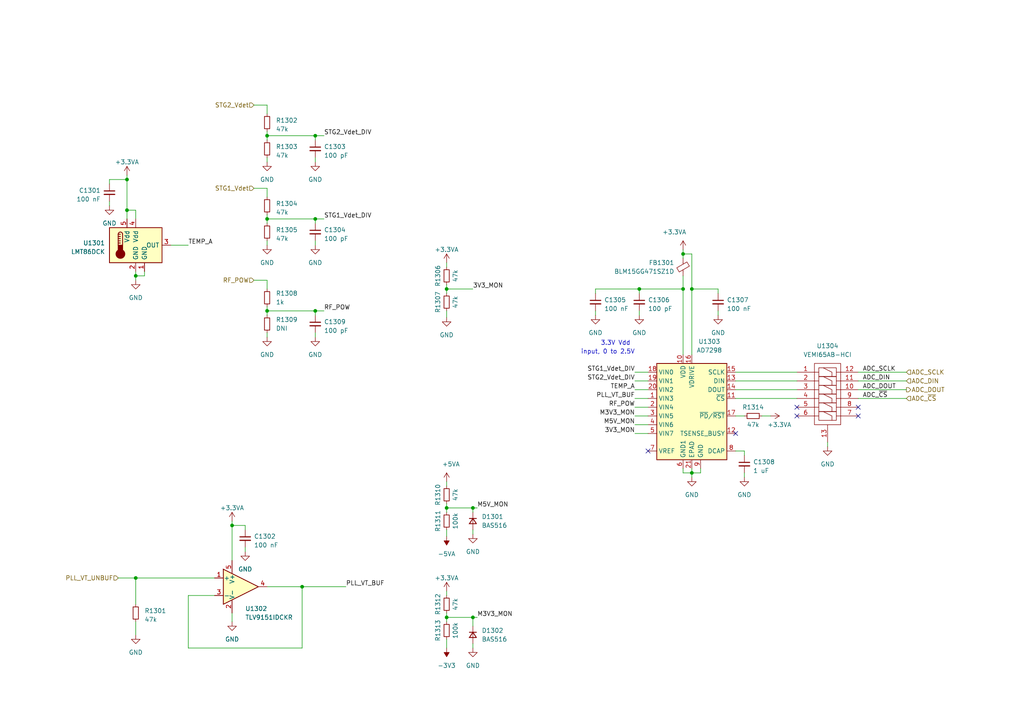
<source format=kicad_sch>
(kicad_sch (version 20211123) (generator eeschema)
  (paper "A4")
  (lib_symbols
    (symbol "Amplifier_Operational:TLV9001IDCK" (pin_names (offset 0.127))
      (property "Reference" "U" (at 7.62 2.54 0))
      (property "Value" "TLV9001IDCK" (at 11.43 -2.54 0))
      (symbol "TLV9001IDCK_0_1"
        (polyline (pts (xy -2.54 5.08) (xy -2.54 -5.08) (xy 7.62 0) (xy -2.54 5.08)) (stroke (width 0.254)) (fill (type background)))
      )
      (symbol "TLV9001IDCK_1_1"
        (pin input line (at -5.08 2.54 0) (length 2.54) (name "+") (number "1"))
        (pin power_in line (at 0 -7.62 90) (length 3.81) (name "V-") (number "2"))
        (pin input line (at -5.08 -2.54 0) (length 2.54) (name "-") (number "3"))
        (pin output line (at 10.16 0 180) (length 2.54) (name "~") (number "4"))
        (pin power_in line (at 0 7.62 270) (length 3.81) (name "V+") (number "5"))
      )
    )
    (symbol "Analog_ADC:AD7298"
      (property "Reference" "U" (at -10.16 13.97 0))
      (property "Value" "AD7298" (at 2.54 13.97 0))
      (symbol "AD7298_0_1"
        (rectangle (start -10.16 12.7) (end 10.16 -15.24) (stroke (width 0.254)) (fill (type background)))
      )
      (symbol "AD7298_1_1"
        (pin input line (at -12.7 2.54 0) (length 2.54) (name "VIN3") (number "1"))
        (pin power_in line (at -2.54 15.24 270) (length 2.54) (name "VDD") (number "10"))
        (pin input line (at 12.7 2.54 180) (length 2.54) (name "~{CS}") (number "11"))
        (pin output line (at 12.7 -7.62 180) (length 2.54) (name "TSENSE_BUSY") (number "12"))
        (pin input line (at 12.7 7.62 180) (length 2.54) (name "DIN") (number "13"))
        (pin output line (at 12.7 5.08 180) (length 2.54) (name "DOUT") (number "14"))
        (pin input line (at 12.7 10.16 180) (length 2.54) (name "SCLK") (number "15"))
        (pin power_in line (at 0 15.24 270) (length 2.54) (name "VDRIVE") (number "16"))
        (pin input line (at 12.7 -2.54 180) (length 2.54) (name "~{PD}/~{RST}") (number "17"))
        (pin input line (at -12.7 10.16 0) (length 2.54) (name "VIN0") (number "18"))
        (pin input line (at -12.7 7.62 0) (length 2.54) (name "VIN1") (number "19"))
        (pin input line (at -12.7 0 0) (length 2.54) (name "VIN4") (number "2"))
        (pin input line (at -12.7 5.08 0) (length 2.54) (name "VIN2") (number "20"))
        (pin power_in line (at 0 -17.78 90) (length 2.54) (name "EPAD") (number "21"))
        (pin input line (at -12.7 -2.54 0) (length 2.54) (name "VIN5") (number "3"))
        (pin input line (at -12.7 -5.08 0) (length 2.54) (name "VIN6") (number "4"))
        (pin input line (at -12.7 -7.62 0) (length 2.54) (name "VIN7") (number "5"))
        (pin power_in line (at -2.54 -17.78 90) (length 2.54) (name "GND1") (number "6"))
        (pin passive line (at -12.7 -12.7 0) (length 2.54) (name "VREF") (number "7"))
        (pin passive line (at 12.7 -12.7 180) (length 2.54) (name "DCAP") (number "8"))
        (pin power_in line (at 2.54 -17.78 90) (length 2.54) (name "GND") (number "9"))
      )
    )
    (symbol "Device:C_Small" (pin_numbers hide) (pin_names (offset 0.254) hide)
      (property "Reference" "C" (at 0.254 1.778 0))
      (property "Value" "C_Small" (at 0.254 -2.032 0))
      (symbol "C_Small_0_1"
        (polyline (pts (xy -1.524 -0.508) (xy 1.524 -0.508)) (stroke (width 0.3302)))
        (polyline (pts (xy -1.524 0.508) (xy 1.524 0.508)) (stroke (width 0.3048)))
      )
      (symbol "C_Small_1_1"
        (pin passive line (at 0 2.54 270) (length 2.032) (name "~") (number "1"))
        (pin passive line (at 0 -2.54 90) (length 2.032) (name "~") (number "2"))
      )
    )
    (symbol "Device:D_Small" (pin_numbers hide) (pin_names (offset 0.254) hide)
      (property "Reference" "D" (at -1.27 2.032 0))
      (property "Value" "D_Small" (at -3.81 -2.032 0))
      (symbol "D_Small_0_1"
        (polyline (pts (xy -0.762 -1.016) (xy -0.762 1.016)) (stroke (width 0.254)))
        (polyline (pts (xy -0.762 0) (xy 0.762 0)))
        (polyline (pts (xy 0.762 -1.016) (xy -0.762 0) (xy 0.762 1.016) (xy 0.762 -1.016)) (stroke (width 0.254)))
      )
      (symbol "D_Small_1_1"
        (pin passive line (at -2.54 0 0) (length 1.778) (name "K") (number "1"))
        (pin passive line (at 2.54 0 180) (length 1.778) (name "A") (number "2"))
      )
    )
    (symbol "Device:FerriteBead_Small" (pin_numbers hide) (pin_names (offset 0))
      (property "Reference" "FB" (at 1.905 1.27 0))
      (property "Value" "FerriteBead_Small" (at 1.905 -1.27 0))
      (symbol "FerriteBead_Small_0_1"
        (polyline (pts (xy 0 -1.27) (xy 0 -0.7874)))
        (polyline (pts (xy 0 0.889) (xy 0 1.2954)))
        (polyline (pts (xy -1.8288 0.2794) (xy -1.1176 1.4986) (xy 1.8288 -0.2032) (xy 1.1176 -1.4224) (xy -1.8288 0.2794)))
      )
      (symbol "FerriteBead_Small_1_1"
        (pin passive line (at 0 2.54 270) (length 1.27) (name "~") (number "1"))
        (pin passive line (at 0 -2.54 90) (length 1.27) (name "~") (number "2"))
      )
    )
    (symbol "Device:R_Small" (pin_numbers hide) (pin_names (offset 0.254) hide)
      (property "Reference" "R" (at 0.762 0.508 0))
      (property "Value" "R_Small" (at 0.762 -1.016 0))
      (symbol "R_Small_0_1"
        (rectangle (start -0.762 1.778) (end 0.762 -1.778) (stroke (width 0.2032)))
      )
      (symbol "R_Small_1_1"
        (pin passive line (at 0 2.54 270) (length 0.762) (name "~") (number "1"))
        (pin passive line (at 0 -2.54 90) (length 0.762) (name "~") (number "2"))
      )
    )
    (symbol "Sensor_Temperature:LMT86DCK" (pin_names (offset 0.762))
      (property "Reference" "U" (at -6.35 6.35 0))
      (property "Value" "LMT86DCK" (at 5.08 6.35 0))
      (symbol "LMT86DCK_0_1"
        (rectangle (start -7.62 5.08) (end 7.62 -5.08) (stroke (width 0.254)) (fill (type background)))
        (circle (center -4.445 -2.54) (radius 1.27) (stroke (width 0.254)) (fill (type outline)))
        (rectangle (start -3.81 -1.905) (end -5.08 0) (stroke (width 0.254)) (fill (type outline)))
        (arc (start -3.81 3.175) (mid -4.445 3.81) (end -5.08 3.175) (stroke (width 0.254)))
        (polyline (pts (xy -5.08 0.635) (xy -4.445 0.635)) (stroke (width 0.254)))
        (polyline (pts (xy -5.08 1.27) (xy -4.445 1.27)) (stroke (width 0.254)))
        (polyline (pts (xy -5.08 1.905) (xy -4.445 1.905)) (stroke (width 0.254)))
        (polyline (pts (xy -5.08 2.54) (xy -4.445 2.54)) (stroke (width 0.254)))
        (polyline (pts (xy -5.08 3.175) (xy -5.08 0)) (stroke (width 0.254)))
        (polyline (pts (xy -5.08 3.175) (xy -4.445 3.175)) (stroke (width 0.254)))
        (polyline (pts (xy -3.81 3.175) (xy -3.81 0)) (stroke (width 0.254)))
      )
      (symbol "LMT86DCK_1_1"
        (pin power_in line (at 2.54 -7.62 90) (length 2.54) (name "GND") (number "1"))
        (pin power_in line (at 0 -7.62 90) (length 2.54) (name "GND") (number "2"))
        (pin output line (at 10.16 0 180) (length 2.54) (name "OUT") (number "3"))
        (pin power_in line (at 0 7.62 270) (length 2.54) (name "Vdd") (number "4"))
        (pin power_in line (at -2.54 7.62 270) (length 2.54) (name "Vdd") (number "5"))
      )
    )
    (symbol "power:+3.3VA" (power) (pin_names (offset 0))
      (property "Value" "+3.3VA" (at 0 3.556 0))
      (symbol "+3.3VA_0_1"
        (polyline (pts (xy -0.762 1.27) (xy 0 2.54)))
        (polyline (pts (xy 0 0) (xy 0 2.54)))
        (polyline (pts (xy 0 2.54) (xy 0.762 1.27)))
      )
      (symbol "+3.3VA_1_1"
        (pin power_in line (at 0 0 90) (length 0) hide (name "+3.3VA") (number "1"))
      )
    )
    (symbol "power:+5VA" (power) (pin_names (offset 0))
      (property "Value" "+5VA" (at 0 3.556 0))
      (symbol "+5VA_0_1"
        (polyline (pts (xy -0.762 1.27) (xy 0 2.54)))
        (polyline (pts (xy 0 0) (xy 0 2.54)))
        (polyline (pts (xy 0 2.54) (xy 0.762 1.27)))
      )
      (symbol "+5VA_1_1"
        (pin power_in line (at 0 0 90) (length 0) hide (name "+5VA") (number "1"))
      )
    )
    (symbol "power:-3V3" (power) (pin_names (offset 0))
      (property "Value" "-3V3" (at 0 3.81 0))
      (symbol "-3V3_0_0"
        (pin power_in line (at 0 0 90) (length 0) hide (name "-3V3") (number "1"))
      )
      (symbol "-3V3_0_1"
        (polyline (pts (xy 0 0) (xy 0 1.27) (xy 0.762 1.27) (xy 0 2.54) (xy -0.762 1.27) (xy 0 1.27)) (fill (type outline)))
      )
    )
    (symbol "power:-5VA" (power) (pin_names (offset 0))
      (property "Value" "-5VA" (at 0 3.81 0))
      (symbol "-5VA_0_0"
        (pin power_in line (at 0 0 90) (length 0) hide (name "-5VA") (number "1"))
      )
      (symbol "-5VA_0_1"
        (polyline (pts (xy 0 0) (xy 0 1.27) (xy 0.762 1.27) (xy 0 2.54) (xy -0.762 1.27) (xy 0 1.27)) (fill (type outline)))
      )
    )
    (symbol "power:GND" (power) (pin_names (offset 0))
      (property "Value" "GND" (at 0 -3.81 0))
      (symbol "GND_0_1"
        (polyline (pts (xy 0 0) (xy 0 -1.27) (xy 1.27 -1.27) (xy 0 -2.54) (xy -1.27 -1.27) (xy 0 -1.27)))
      )
      (symbol "GND_1_1"
        (pin power_in line (at 0 0 270) (length 0) hide (name "GND") (number "1"))
      )
    )
    (symbol "vna_mm:VEMI65AB-HCI" (pin_names (offset 1.016))
      (property "Reference" "U" (at -3.81 10.16 0))
      (property "Value" "VEMI65AB-HCI" (at 2.54 12.7 0))
      (symbol "VEMI65AB-HCI_0_1"
        (rectangle (start -3.81 8.89) (end 3.81 -8.89))
        (rectangle (start -2.54 -5.08) (end 2.54 -7.62))
        (rectangle (start -2.54 -2.54) (end 2.54 -5.08))
        (rectangle (start -2.54 0) (end 2.54 -2.54))
        (rectangle (start -2.54 2.54) (end 2.54 0))
        (rectangle (start -2.54 5.08) (end 2.54 2.54))
        (rectangle (start -2.54 7.62) (end 2.54 5.08))
        (polyline (pts (xy -3.81 -6.35) (xy -2.54 -6.35)))
        (polyline (pts (xy -3.81 -3.81) (xy -2.54 -3.81)))
        (polyline (pts (xy -3.81 -1.27) (xy -2.54 -1.27)))
        (polyline (pts (xy -3.81 1.27) (xy -2.54 1.27)))
        (polyline (pts (xy -3.81 3.81) (xy -2.54 3.81)))
        (polyline (pts (xy -3.81 6.35) (xy -2.54 6.35)))
        (polyline (pts (xy 2.54 -6.35) (xy 3.81 -6.35)))
        (polyline (pts (xy 2.54 -3.81) (xy 3.81 -3.81)))
        (polyline (pts (xy 2.54 -1.27) (xy 3.81 -1.27)))
        (polyline (pts (xy 2.54 1.27) (xy 3.81 1.27)))
        (polyline (pts (xy 2.54 3.81) (xy 3.81 3.81)))
        (polyline (pts (xy 2.54 6.35) (xy 3.81 6.35)))
        (polyline (pts (xy -1.27 -5.08) (xy 1.27 -6.35) (xy 1.27 -7.62)))
        (polyline (pts (xy -1.27 -2.54) (xy 1.27 -3.81) (xy 1.27 -5.08)))
        (polyline (pts (xy -1.27 0) (xy 1.27 -1.27) (xy 1.27 -2.54)))
        (polyline (pts (xy -1.27 2.54) (xy 1.27 1.27) (xy 1.27 0)))
        (polyline (pts (xy -1.27 5.08) (xy 1.27 3.81) (xy 1.27 2.54)))
        (polyline (pts (xy -1.27 7.62) (xy 1.27 6.35) (xy 1.27 5.08)))
      )
      (symbol "VEMI65AB-HCI_1_1"
        (pin bidirectional line (at -8.89 6.35 0) (length 5.08) (name "~") (number "1"))
        (pin bidirectional line (at 8.89 1.27 180) (length 5.08) (name "~") (number "10"))
        (pin bidirectional line (at 8.89 3.81 180) (length 5.08) (name "~") (number "11"))
        (pin bidirectional line (at 8.89 6.35 180) (length 5.08) (name "~") (number "12"))
        (pin bidirectional line (at 0 -13.97 90) (length 5.08) (name "~") (number "13"))
        (pin bidirectional line (at -8.89 3.81 0) (length 5.08) (name "~") (number "2"))
        (pin bidirectional line (at -8.89 1.27 0) (length 5.08) (name "~") (number "3"))
        (pin bidirectional line (at -8.89 -1.27 0) (length 5.08) (name "~") (number "4"))
        (pin bidirectional line (at -8.89 -3.81 0) (length 5.08) (name "~") (number "5"))
        (pin bidirectional line (at -8.89 -6.35 0) (length 5.08) (name "~") (number "6"))
        (pin bidirectional line (at 8.89 -6.35 180) (length 5.08) (name "~") (number "7"))
        (pin bidirectional line (at 8.89 -3.81 180) (length 5.08) (name "~") (number "8"))
        (pin bidirectional line (at 8.89 -1.27 180) (length 5.08) (name "~") (number "9"))
      )
    )
  )
  (junction (at 129.54 83.82) (diameter 0.9144))
  (junction (at 77.47 90.17) (diameter 0.9144))
  (junction (at 129.54 147.32) (diameter 0.9144))
  (junction (at 91.44 63.5) (diameter 0.9144))
  (junction (at 91.44 90.17) (diameter 0.9144))
  (junction (at 185.42 83.82) (diameter 0.9144))
  (junction (at 39.37 80.01) (diameter 0.9144))
  (junction (at 39.37 167.64) (diameter 0.9144))
  (junction (at 67.31 152.4) (diameter 0.9144))
  (junction (at 200.66 137.16) (diameter 0.9144))
  (junction (at 198.12 73.66) (diameter 0.9144))
  (junction (at 137.16 179.07) (diameter 0.9144))
  (junction (at 77.47 39.37) (diameter 0.9144))
  (junction (at 77.47 63.5) (diameter 0.9144))
  (junction (at 200.66 83.82) (diameter 0.9144))
  (junction (at 129.54 179.07) (diameter 0.9144))
  (junction (at 137.16 147.32) (diameter 0.9144))
  (junction (at 36.83 60.96) (diameter 0.9144))
  (junction (at 87.63 170.18) (diameter 0.9144))
  (junction (at 91.44 39.37) (diameter 0.9144))
  (junction (at 36.83 52.07) (diameter 0.9144))
  (junction (at 198.12 83.82) (diameter 0.9144))
  (no_connect (at 187.96 130.81))
  (no_connect (at 231.14 118.11))
  (no_connect (at 231.14 120.65))
  (no_connect (at 248.92 118.11))
  (no_connect (at 248.92 120.65))
  (no_connect (at 213.36 125.73))
  (wire (pts (xy 77.47 62.23) (xy 77.47 63.5)))
  (wire (pts (xy 77.47 63.5) (xy 77.47 64.77)))
  (wire (pts (xy 184.15 118.11) (xy 187.96 118.11)))
  (wire (pts (xy 184.15 123.19) (xy 187.96 123.19)))
  (wire (pts (xy 91.44 96.52) (xy 91.44 97.79)))
  (wire (pts (xy 129.54 153.67) (xy 129.54 155.575)))
  (wire (pts (xy 77.47 63.5) (xy 91.44 63.5)))
  (wire (pts (xy 213.36 110.49) (xy 231.14 110.49)))
  (wire (pts (xy 215.9 137.16) (xy 215.9 138.43)))
  (wire (pts (xy 91.44 90.17) (xy 93.98 90.17)))
  (wire (pts (xy 248.92 110.49) (xy 262.89 110.49)))
  (wire (pts (xy 213.36 115.57) (xy 231.14 115.57)))
  (wire (pts (xy 129.54 76.2) (xy 129.54 77.47)))
  (wire (pts (xy 91.44 39.37) (xy 93.98 39.37)))
  (wire (pts (xy 213.36 107.95) (xy 231.14 107.95)))
  (wire (pts (xy 129.54 171.45) (xy 129.54 172.72)))
  (wire (pts (xy 77.47 90.17) (xy 91.44 90.17)))
  (wire (pts (xy 77.47 39.37) (xy 91.44 39.37)))
  (wire (pts (xy 39.37 78.74) (xy 39.37 80.01)))
  (wire (pts (xy 39.37 80.01) (xy 39.37 81.28)))
  (wire (pts (xy 71.12 158.75) (xy 71.12 160.02)))
  (wire (pts (xy 77.47 88.9) (xy 77.47 90.17)))
  (wire (pts (xy 39.37 175.26) (xy 39.37 167.64)))
  (wire (pts (xy 213.36 113.03) (xy 231.14 113.03)))
  (wire (pts (xy 198.12 80.01) (xy 198.12 83.82)))
  (wire (pts (xy 198.12 83.82) (xy 198.12 102.87)))
  (wire (pts (xy 129.54 82.55) (xy 129.54 83.82)))
  (wire (pts (xy 129.54 83.82) (xy 129.54 85.09)))
  (wire (pts (xy 200.66 135.89) (xy 200.66 137.16)))
  (wire (pts (xy 77.47 81.28) (xy 77.47 83.82)))
  (wire (pts (xy 184.15 120.65) (xy 187.96 120.65)))
  (wire (pts (xy 220.98 120.65) (xy 223.52 120.65)))
  (wire (pts (xy 91.44 45.72) (xy 91.44 46.99)))
  (wire (pts (xy 87.63 170.18) (xy 100.33 170.18)))
  (wire (pts (xy 34.29 167.64) (xy 39.37 167.64)))
  (wire (pts (xy 39.37 167.64) (xy 62.23 167.64)))
  (wire (pts (xy 185.42 90.17) (xy 185.42 91.44)))
  (wire (pts (xy 77.47 45.72) (xy 77.47 46.99)))
  (wire (pts (xy 129.54 90.17) (xy 129.54 92.075)))
  (wire (pts (xy 73.66 81.28) (xy 77.47 81.28)))
  (wire (pts (xy 31.75 52.07) (xy 31.75 53.34)))
  (wire (pts (xy 77.47 30.48) (xy 77.47 33.02)))
  (wire (pts (xy 77.47 69.85) (xy 77.47 71.12)))
  (wire (pts (xy 31.75 52.07) (xy 36.83 52.07)))
  (wire (pts (xy 129.54 147.32) (xy 137.16 147.32)))
  (wire (pts (xy 137.16 147.32) (xy 138.43 147.32)))
  (wire (pts (xy 198.12 135.89) (xy 198.12 137.16)))
  (wire (pts (xy 198.12 137.16) (xy 200.66 137.16)))
  (wire (pts (xy 200.66 137.16) (xy 200.66 138.43)))
  (wire (pts (xy 248.92 115.57) (xy 262.89 115.57)))
  (wire (pts (xy 213.36 120.65) (xy 215.9 120.65)))
  (wire (pts (xy 129.54 177.8) (xy 129.54 179.07)))
  (wire (pts (xy 129.54 179.07) (xy 129.54 180.34)))
  (wire (pts (xy 91.44 63.5) (xy 93.98 63.5)))
  (wire (pts (xy 77.47 90.17) (xy 77.47 91.44)))
  (wire (pts (xy 49.53 71.12) (xy 54.61 71.12)))
  (wire (pts (xy 91.44 90.17) (xy 91.44 91.44)))
  (wire (pts (xy 184.15 125.73) (xy 187.96 125.73)))
  (wire (pts (xy 39.37 180.34) (xy 39.37 184.15)))
  (wire (pts (xy 129.54 83.82) (xy 137.16 83.82)))
  (wire (pts (xy 137.16 147.32) (xy 137.16 148.59)))
  (wire (pts (xy 137.16 186.69) (xy 137.16 187.96)))
  (wire (pts (xy 77.47 39.37) (xy 77.47 40.64)))
  (wire (pts (xy 172.72 83.82) (xy 185.42 83.82)))
  (wire (pts (xy 172.72 85.09) (xy 172.72 83.82)))
  (wire (pts (xy 185.42 83.82) (xy 198.12 83.82)))
  (wire (pts (xy 91.44 69.85) (xy 91.44 71.12)))
  (wire (pts (xy 200.66 73.66) (xy 200.66 83.82)))
  (wire (pts (xy 67.31 177.8) (xy 67.31 180.34)))
  (wire (pts (xy 73.66 30.48) (xy 77.47 30.48)))
  (wire (pts (xy 91.44 39.37) (xy 91.44 40.64)))
  (wire (pts (xy 137.16 179.07) (xy 138.43 179.07)))
  (wire (pts (xy 240.03 128.27) (xy 240.03 129.54)))
  (wire (pts (xy 198.12 72.39) (xy 198.12 73.66)))
  (wire (pts (xy 198.12 73.66) (xy 198.12 74.93)))
  (wire (pts (xy 67.31 151.13) (xy 67.31 152.4)))
  (wire (pts (xy 67.31 152.4) (xy 67.31 162.56)))
  (wire (pts (xy 129.54 179.07) (xy 137.16 179.07)))
  (wire (pts (xy 137.16 179.07) (xy 137.16 181.61)))
  (wire (pts (xy 198.12 73.66) (xy 200.66 73.66)))
  (wire (pts (xy 77.47 38.1) (xy 77.47 39.37)))
  (wire (pts (xy 39.37 80.01) (xy 41.91 80.01)))
  (wire (pts (xy 41.91 78.74) (xy 41.91 80.01)))
  (wire (pts (xy 213.36 130.81) (xy 215.9 130.81)))
  (wire (pts (xy 215.9 130.81) (xy 215.9 132.08)))
  (wire (pts (xy 77.47 96.52) (xy 77.47 97.79)))
  (wire (pts (xy 184.15 115.57) (xy 187.96 115.57)))
  (wire (pts (xy 208.28 90.17) (xy 208.28 91.44)))
  (wire (pts (xy 36.83 50.8) (xy 36.83 52.07)))
  (wire (pts (xy 36.83 52.07) (xy 36.83 60.96)))
  (wire (pts (xy 36.83 60.96) (xy 36.83 63.5)))
  (wire (pts (xy 129.54 146.05) (xy 129.54 147.32)))
  (wire (pts (xy 129.54 147.32) (xy 129.54 148.59)))
  (wire (pts (xy 184.15 107.95) (xy 187.96 107.95)))
  (wire (pts (xy 91.44 63.5) (xy 91.44 64.77)))
  (wire (pts (xy 184.15 110.49) (xy 187.96 110.49)))
  (wire (pts (xy 36.83 60.96) (xy 39.37 60.96)))
  (wire (pts (xy 39.37 60.96) (xy 39.37 63.5)))
  (wire (pts (xy 73.66 54.61) (xy 77.47 54.61)))
  (wire (pts (xy 77.47 54.61) (xy 77.47 57.15)))
  (wire (pts (xy 185.42 83.82) (xy 185.42 85.09)))
  (wire (pts (xy 172.72 90.17) (xy 172.72 91.44)))
  (wire (pts (xy 137.16 153.67) (xy 137.16 154.94)))
  (wire (pts (xy 248.92 113.03) (xy 262.89 113.03)))
  (wire (pts (xy 67.31 152.4) (xy 71.12 152.4)))
  (wire (pts (xy 71.12 152.4) (xy 71.12 153.67)))
  (wire (pts (xy 54.61 172.72) (xy 54.61 187.96)))
  (wire (pts (xy 54.61 187.96) (xy 87.63 187.96)))
  (wire (pts (xy 62.23 172.72) (xy 54.61 172.72)))
  (wire (pts (xy 87.63 170.18) (xy 77.47 170.18)))
  (wire (pts (xy 87.63 187.96) (xy 87.63 170.18)))
  (wire (pts (xy 200.66 83.82) (xy 208.28 83.82)))
  (wire (pts (xy 200.66 102.87) (xy 200.66 83.82)))
  (wire (pts (xy 208.28 83.82) (xy 208.28 85.09)))
  (wire (pts (xy 129.54 185.42) (xy 129.54 187.96)))
  (wire (pts (xy 184.15 113.03) (xy 187.96 113.03)))
  (wire (pts (xy 200.66 137.16) (xy 203.2 137.16)))
  (wire (pts (xy 203.2 137.16) (xy 203.2 135.89)))
  (wire (pts (xy 31.75 58.42) (xy 31.75 59.69)))
  (wire (pts (xy 248.92 107.95) (xy 262.89 107.95)))
  (wire (pts (xy 129.54 139.7) (xy 129.54 140.97)))
  (text "3.3V Vdd\n" (at 182.88 100.33 180) (effects (font (size 1.27 1.27)) (justify right bottom)))
  (text "input, 0 to 2.5V" (at 184.15 102.87 180) (effects (font (size 1.27 1.27)) (justify right bottom)))
  (label "PLL_VT_BUF" (at 100.33 170.18 0))
  (label "ADC_DOUT" (at 250.19 113.03 0))
  (label "STG2_Vdet_DIV" (at 184.15 110.49 180))
  (label "M3V3_MON" (at 138.43 179.07 0))
  (label "STG1_Vdet_DIV" (at 93.98 63.5 0))
  (label "TEMP_A" (at 184.15 113.03 180))
  (label "M3V3_MON" (at 184.15 120.65 180))
  (label "RF_POW" (at 93.98 90.17 0))
  (label "PLL_VT_BUF" (at 184.15 115.57 180))
  (label "3V3_MON" (at 137.16 83.82 0))
  (label "STG1_Vdet_DIV" (at 184.15 107.95 180))
  (label "STG2_Vdet_DIV" (at 93.98 39.37 0))
  (label "M5V_MON" (at 138.43 147.32 0))
  (label "ADC_~{CS}" (at 250.19 115.57 0))
  (label "ADC_DIN" (at 250.19 110.49 0))
  (label "3V3_MON" (at 184.15 125.73 180))
  (label "ADC_SCLK" (at 250.19 107.95 0))
  (label "RF_POW" (at 184.15 118.11 180))
  (label "M5V_MON" (at 184.15 123.19 180))
  (label "TEMP_A" (at 54.61 71.12 0))
  (hierarchical_label "ADC_DIN" (shape input) (at 262.89 110.49 0))
  (hierarchical_label "STG2_Vdet" (shape input) (at 73.66 30.48 180))
  (hierarchical_label "ADC_~{CS}" (shape input) (at 262.89 115.57 0))
  (hierarchical_label "STG1_Vdet" (shape input) (at 73.66 54.61 180))
  (hierarchical_label "ADC_DOUT" (shape output) (at 262.89 113.03 0))
  (hierarchical_label "ADC_SCLK" (shape input) (at 262.89 107.95 0))
  (hierarchical_label "RF_POW" (shape input) (at 73.66 81.28 180))
  (hierarchical_label "PLL_VT_UNBUF" (shape input) (at 34.29 167.64 180))
  (symbol (lib_id "power:GND") (at 185.42 91.44 0) (unit 1)
    (property "Reference" "#PWR01323" (effects hide))
    (property "Value" "GND" (at 185.42 96.52 0))
  )
  (symbol (lib_id "power:GND") (at 39.37 184.15 0) (unit 1)
    (property "Reference" "#PWR01304" (effects hide))
    (property "Value" "GND" (at 39.37 189.23 0))
  )
  (symbol (lib_id "Amplifier_Operational:TLV9001IDCK") (at 67.31 170.18 0) (unit 1)
    (property "Reference" "U1302" (at 71.12 176.53 0) (effects (justify left)))
    (property "Value" "TLV9151IDCKR" (at 71.12 179.07 0) (effects (justify left)))
    (property "Footprint" "Package_TO_SOT_SMD:SOT-353_SC-70-5" (effects hide))
    (property "Datasheet" "https://www.ti.com/lit/ds/symlink/tlv9001.pdf" (effects hide))
  )
  (symbol (lib_id "Device:R_Small") (at 77.47 59.69 0) (unit 1)
    (property "Reference" "R1304" (at 80.01 59.0549 0) (effects (justify left)))
    (property "Value" "47k" (at 80.01 61.5949 0) (effects (justify left)))
    (property "Footprint" "Resistor_SMD:R_0402_1005Metric" (effects hide))
  )
  (symbol (lib_id "vna_mm:VEMI65AB-HCI") (at 240.03 114.3 0) (unit 1)
    (property "Reference" "U1304" (at 240.03 100.33 0))
    (property "Value" "VEMI65AB-HCI" (at 240.03 102.87 0))
    (property "Footprint" "vna_mm:LLP2513-13L" (effects hide))
  )
  (symbol (lib_id "Device:R_Small") (at 129.54 143.51 180) (unit 1)
    (property "Reference" "R1310" (at 127 143.51 90))
    (property "Value" "47k" (at 132.08 143.51 90))
    (property "Footprint" "Resistor_SMD:R_0402_1005Metric" (effects hide))
  )
  (symbol (lib_id "Device:R_Small") (at 77.47 67.31 0) (unit 1)
    (property "Reference" "R1305" (at 80.01 66.6749 0) (effects (justify left)))
    (property "Value" "47k" (at 80.01 69.2149 0) (effects (justify left)))
    (property "Footprint" "Resistor_SMD:R_0402_1005Metric" (effects hide))
  )
  (symbol (lib_id "power:GND") (at 71.12 160.02 0) (unit 1)
    (property "Reference" "#PWR01307" (effects hide))
    (property "Value" "GND" (at 71.12 165.1 0))
  )
  (symbol (lib_id "Device:C_Small") (at 91.44 93.98 0) (unit 1)
    (property "Reference" "C1309" (at 93.98 93.3449 0) (effects (justify left)))
    (property "Value" "100 pF" (at 93.98 95.8849 0) (effects (justify left)))
    (property "Footprint" "Capacitor_SMD:C_0402_1005Metric" (effects hide))
  )
  (symbol (lib_id "Device:C_Small") (at 185.42 87.63 0) (unit 1)
    (property "Reference" "C1306" (at 187.96 86.9949 0) (effects (justify left)))
    (property "Value" "100 pF" (at 187.96 89.5349 0) (effects (justify left)))
    (property "Footprint" "Capacitor_SMD:C_0402_1005Metric" (effects hide))
  )
  (symbol (lib_id "power:GND") (at 91.44 97.79 0) (unit 1)
    (property "Reference" "#PWR0155" (effects hide))
    (property "Value" "GND" (at 91.44 102.87 0))
  )
  (symbol (lib_id "power:GND") (at 91.44 71.12 0) (unit 1)
    (property "Reference" "#PWR01311" (effects hide))
    (property "Value" "GND" (at 91.44 76.2 0))
  )
  (symbol (lib_id "Device:R_Small") (at 129.54 80.01 180) (unit 1)
    (property "Reference" "R1306" (at 127 80.01 90))
    (property "Value" "47k" (at 132.08 80.01 90))
    (property "Footprint" "Resistor_SMD:R_0402_1005Metric" (effects hide))
  )
  (symbol (lib_id "Device:C_Small") (at 172.72 87.63 0) (unit 1)
    (property "Reference" "C1305" (at 175.26 86.9949 0) (effects (justify left)))
    (property "Value" "100 nF" (at 175.26 89.5349 0) (effects (justify left)))
    (property "Footprint" "Capacitor_SMD:C_0402_1005Metric" (effects hide))
  )
  (symbol (lib_id "power:+3.3VA") (at 67.31 151.13 0) (unit 1)
    (property "Reference" "#PWR01305" (effects hide))
    (property "Value" "+3.3VA" (at 67.31 147.32 0))
  )
  (symbol (lib_id "Device:C_Small") (at 208.28 87.63 0) (unit 1)
    (property "Reference" "C1307" (at 210.82 86.9949 0) (effects (justify left)))
    (property "Value" "100 nF" (at 210.82 89.5349 0) (effects (justify left)))
    (property "Footprint" "Capacitor_SMD:C_0402_1005Metric" (effects hide))
  )
  (symbol (lib_id "power:-3V3") (at 129.54 187.96 180) (unit 1)
    (property "Reference" "#PWR01319" (effects hide))
    (property "Value" "-3V3" (at 129.54 193.04 0))
  )
  (symbol (lib_id "Device:R_Small") (at 129.54 175.26 180) (unit 1)
    (property "Reference" "R1312" (at 127 175.26 90))
    (property "Value" "47k" (at 132.08 175.26 90))
    (property "Footprint" "Resistor_SMD:R_0402_1005Metric" (effects hide))
  )
  (symbol (lib_id "power:GND") (at 240.03 129.54 0) (unit 1)
    (property "Reference" "#PWR01328" (effects hide))
    (property "Value" "GND" (at 240.03 134.62 0))
  )
  (symbol (lib_id "Device:C_Small") (at 91.44 43.18 0) (unit 1)
    (property "Reference" "C1303" (at 93.98 42.5449 0) (effects (justify left)))
    (property "Value" "100 pF" (at 93.98 45.0849 0) (effects (justify left)))
    (property "Footprint" "Capacitor_SMD:C_0402_1005Metric" (effects hide))
  )
  (symbol (lib_id "Analog_ADC:AD7298") (at 200.66 118.11 0) (unit 1)
    (property "Reference" "U1303" (at 205.74 99.06 0))
    (property "Value" "AD7298" (at 205.74 101.6 0))
    (property "Footprint" "Package_CSP:LFCSP-20-1EP_4x4mm_P0.5mm_EP2.6x2.6mm_ThermalVias" (effects hide))
    (property "Datasheet" "https://www.analog.com/media/en/technical-documentation/data-sheets/AD7298.pdf" (effects hide))
  )
  (symbol (lib_id "Device:R_Small") (at 129.54 151.13 180) (unit 1)
    (property "Reference" "R1311" (at 127 151.13 90))
    (property "Value" "100k" (at 132.08 151.13 90))
    (property "Footprint" "Resistor_SMD:R_0402_1005Metric" (effects hide))
  )
  (symbol (lib_id "Device:R_Small") (at 77.47 93.98 0) (unit 1)
    (property "Reference" "R1309" (at 80.01 92.7099 0) (effects (justify left)))
    (property "Value" "DNI" (at 80.01 95.2499 0) (effects (justify left)))
    (property "Footprint" "Resistor_SMD:R_0402_1005Metric" (effects hide))
  )
  (symbol (lib_id "Device:C_Small") (at 215.9 134.62 0) (unit 1)
    (property "Reference" "C1308" (at 218.44 133.9849 0) (effects (justify left)))
    (property "Value" "1 uF" (at 218.44 136.5249 0) (effects (justify left)))
    (property "Footprint" "Capacitor_SMD:C_0402_1005Metric" (effects hide))
  )
  (symbol (lib_id "Device:R_Small") (at 77.47 35.56 0) (unit 1)
    (property "Reference" "R1302" (at 80.01 34.9249 0) (effects (justify left)))
    (property "Value" "47k" (at 80.01 37.4649 0) (effects (justify left)))
    (property "Footprint" "Resistor_SMD:R_0402_1005Metric" (effects hide))
  )
  (symbol (lib_id "power:+5VA") (at 129.54 139.7 0) (unit 1)
    (property "Reference" "#PWR01314" (effects hide))
    (property "Value" "+5VA" (at 130.81 134.62 0))
  )
  (symbol (lib_id "Device:R_Small") (at 218.44 120.65 90) (unit 1)
    (property "Reference" "R1314" (at 218.44 118.11 90))
    (property "Value" "47k" (at 218.44 123.19 90))
    (property "Footprint" "Resistor_SMD:R_0402_1005Metric" (effects hide))
  )
  (symbol (lib_id "power:GND") (at 137.16 154.94 0) (unit 1)
    (property "Reference" "#PWR01320" (effects hide))
    (property "Value" "GND" (at 137.16 160.02 0))
  )
  (symbol (lib_id "power:GND") (at 215.9 138.43 0) (unit 1)
    (property "Reference" "#PWR01327" (effects hide))
    (property "Value" "GND" (at 215.9 143.51 0))
  )
  (symbol (lib_id "power:GND") (at 208.28 91.44 0) (unit 1)
    (property "Reference" "#PWR01326" (effects hide))
    (property "Value" "GND" (at 208.28 96.52 0))
  )
  (symbol (lib_id "power:+3.3VA") (at 129.54 76.2 0) (unit 1)
    (property "Reference" "#PWR01312" (effects hide))
    (property "Value" "+3.3VA" (at 129.54 72.39 0))
  )
  (symbol (lib_id "power:GND") (at 129.54 92.075 0) (unit 1)
    (property "Reference" "#PWR01313" (effects hide))
    (property "Value" "GND" (at 129.54 97.155 0))
  )
  (symbol (lib_id "Device:R_Small") (at 77.47 86.36 0) (unit 1)
    (property "Reference" "R1308" (at 80.01 85.0899 0) (effects (justify left)))
    (property "Value" "1k" (at 80.01 87.6299 0) (effects (justify left)))
    (property "Footprint" "Resistor_SMD:R_0402_1005Metric" (effects hide))
  )
  (symbol (lib_id "power:GND") (at 137.16 187.96 0) (unit 1)
    (property "Reference" "#PWR01321" (effects hide))
    (property "Value" "GND" (at 137.16 193.04 0))
  )
  (symbol (lib_id "Device:R_Small") (at 39.37 177.8 0) (unit 1)
    (property "Reference" "R1301" (at 41.91 177.1649 0) (effects (justify left)))
    (property "Value" "47k" (at 41.91 179.7049 0) (effects (justify left)))
    (property "Footprint" "Resistor_SMD:R_0402_1005Metric" (effects hide))
  )
  (symbol (lib_id "Sensor_Temperature:LMT86DCK") (at 39.37 71.12 0) (unit 1)
    (property "Reference" "U1301" (at 30.48 70.4849 0) (effects (justify right)))
    (property "Value" "LMT86DCK" (at 30.48 73.0249 0) (effects (justify right)))
    (property "Footprint" "Package_TO_SOT_SMD:SOT-353_SC-70-5" (effects hide))
    (property "Datasheet" "http://www.ti.com/lit/ds/symlink/lmt86-q1.pdf" (effects hide))
  )
  (symbol (lib_id "Device:C_Small") (at 31.75 55.88 0) (mirror y) (unit 1)
    (property "Reference" "C1301" (at 29.21 55.2449 0) (effects (justify left)))
    (property "Value" "100 nF" (at 29.21 57.7849 0) (effects (justify left)))
    (property "Footprint" "Capacitor_SMD:C_0402_1005Metric" (effects hide))
  )
  (symbol (lib_id "Device:C_Small") (at 71.12 156.21 0) (unit 1)
    (property "Reference" "C1302" (at 73.66 155.5749 0) (effects (justify left)))
    (property "Value" "100 nF" (at 73.66 158.1149 0) (effects (justify left)))
    (property "Footprint" "Capacitor_SMD:C_0402_1005Metric" (effects hide))
  )
  (symbol (lib_id "Device:R_Small") (at 77.47 43.18 0) (unit 1)
    (property "Reference" "R1303" (at 80.01 42.5449 0) (effects (justify left)))
    (property "Value" "47k" (at 80.01 45.0849 0) (effects (justify left)))
    (property "Footprint" "Resistor_SMD:R_0402_1005Metric" (effects hide))
  )
  (symbol (lib_id "power:+3.3VA") (at 36.83 50.8 0) (unit 1)
    (property "Reference" "#PWR01302" (effects hide))
    (property "Value" "+3.3VA" (at 36.83 46.99 0))
  )
  (symbol (lib_id "power:GND") (at 77.47 71.12 0) (unit 1)
    (property "Reference" "#PWR01309" (effects hide))
    (property "Value" "GND" (at 77.47 76.2 0))
  )
  (symbol (lib_id "power:GND") (at 200.66 138.43 0) (unit 1)
    (property "Reference" "#PWR01325" (effects hide))
    (property "Value" "GND" (at 200.66 143.51 0))
  )
  (symbol (lib_id "Device:R_Small") (at 129.54 87.63 180) (unit 1)
    (property "Reference" "R1307" (at 127 87.63 90))
    (property "Value" "47k" (at 132.08 87.63 90))
    (property "Footprint" "Resistor_SMD:R_0402_1005Metric" (effects hide))
  )
  (symbol (lib_id "Device:D_Small") (at 137.16 151.13 270) (unit 1)
    (property "Reference" "D1301" (at 139.7 149.8599 90) (effects (justify left)))
    (property "Value" "BAS516" (at 139.7 152.3999 90) (effects (justify left)))
    (property "Footprint" "Diode_SMD:D_SOD-523" (effects hide))
  )
  (symbol (lib_id "Device:C_Small") (at 91.44 67.31 0) (unit 1)
    (property "Reference" "C1304" (at 93.98 66.6749 0) (effects (justify left)))
    (property "Value" "100 pF" (at 93.98 69.2149 0) (effects (justify left)))
    (property "Footprint" "Capacitor_SMD:C_0402_1005Metric" (effects hide))
  )
  (symbol (lib_id "power:+3.3VA") (at 198.12 72.39 0) (unit 1)
    (property "Reference" "#PWR01324" (effects hide))
    (property "Value" "+3.3VA" (at 195.58 67.31 0))
  )
  (symbol (lib_id "power:GND") (at 172.72 91.44 0) (unit 1)
    (property "Reference" "#PWR01322" (effects hide))
    (property "Value" "GND" (at 172.72 96.52 0))
  )
  (symbol (lib_id "power:GND") (at 31.75 59.69 0) (mirror y) (unit 1)
    (property "Reference" "#PWR01301" (effects hide))
    (property "Value" "GND" (at 31.75 64.77 0))
  )
  (symbol (lib_id "Device:D_Small") (at 137.16 184.15 270) (unit 1)
    (property "Reference" "D1302" (at 139.7 182.8799 90) (effects (justify left)))
    (property "Value" "BAS516" (at 139.7 185.4199 90) (effects (justify left)))
    (property "Footprint" "Diode_SMD:D_SOD-523" (effects hide))
  )
  (symbol (lib_id "power:+3.3VA") (at 129.54 171.45 0) (unit 1)
    (property "Reference" "#PWR01318" (effects hide))
    (property "Value" "+3.3VA" (at 129.54 167.64 0))
  )
  (symbol (lib_id "power:GND") (at 67.31 180.34 0) (unit 1)
    (property "Reference" "#PWR01306" (effects hide))
    (property "Value" "GND" (at 67.31 185.42 0))
  )
  (symbol (lib_id "Device:FerriteBead_Small") (at 198.12 77.47 0) (mirror y) (unit 1)
    (property "Reference" "FB1301" (at 195.58 76.2 0) (effects (justify left)))
    (property "Value" "BLM15GG471SZ1D" (at 195.58 78.74 0) (effects (justify left)))
    (property "Footprint" "Inductor_SMD:L_0402_1005Metric" (effects hide))
  )
  (symbol (lib_id "Device:R_Small") (at 129.54 182.88 180) (unit 1)
    (property "Reference" "R1313" (at 127 182.88 90))
    (property "Value" "100k" (at 132.08 182.88 90))
    (property "Footprint" "Resistor_SMD:R_0402_1005Metric" (effects hide))
  )
  (symbol (lib_id "power:+3.3VA") (at 223.52 120.65 270) (unit 1)
    (property "Reference" "#PWR0104" (effects hide))
    (property "Value" "+3.3VA" (at 226.06 123.19 90))
  )
  (symbol (lib_id "power:-5VA") (at 129.54 155.575 180) (unit 1)
    (property "Reference" "#PWR01317" (effects hide))
    (property "Value" "-5VA" (at 129.54 160.655 0))
  )
  (symbol (lib_id "power:GND") (at 77.47 97.79 0) (unit 1)
    (property "Reference" "#PWR0154" (effects hide))
    (property "Value" "GND" (at 77.47 102.87 0))
  )
  (symbol (lib_id "power:GND") (at 39.37 81.28 0) (unit 1)
    (property "Reference" "#PWR01303" (effects hide))
    (property "Value" "GND" (at 39.37 86.36 0))
  )
  (symbol (lib_id "power:GND") (at 91.44 46.99 0) (unit 1)
    (property "Reference" "#PWR01310" (effects hide))
    (property "Value" "GND" (at 91.44 52.07 0))
  )
  (symbol (lib_id "power:GND") (at 77.47 46.99 0) (unit 1)
    (property "Reference" "#PWR01308" (effects hide))
    (property "Value" "GND" (at 77.47 52.07 0))
  )
)
</source>
